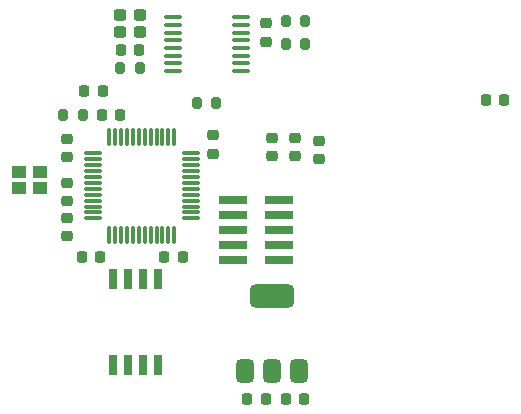
<source format=gbr>
%TF.GenerationSoftware,KiCad,Pcbnew,8.0.2-1*%
%TF.CreationDate,2025-01-08T00:27:56-08:00*%
%TF.ProjectId,rocket2-load-cell,726f636b-6574-4322-9d6c-6f61642d6365,rev?*%
%TF.SameCoordinates,Original*%
%TF.FileFunction,Paste,Top*%
%TF.FilePolarity,Positive*%
%FSLAX46Y46*%
G04 Gerber Fmt 4.6, Leading zero omitted, Abs format (unit mm)*
G04 Created by KiCad (PCBNEW 8.0.2-1) date 2025-01-08 00:27:56*
%MOMM*%
%LPD*%
G01*
G04 APERTURE LIST*
G04 Aperture macros list*
%AMRoundRect*
0 Rectangle with rounded corners*
0 $1 Rounding radius*
0 $2 $3 $4 $5 $6 $7 $8 $9 X,Y pos of 4 corners*
0 Add a 4 corners polygon primitive as box body*
4,1,4,$2,$3,$4,$5,$6,$7,$8,$9,$2,$3,0*
0 Add four circle primitives for the rounded corners*
1,1,$1+$1,$2,$3*
1,1,$1+$1,$4,$5*
1,1,$1+$1,$6,$7*
1,1,$1+$1,$8,$9*
0 Add four rect primitives between the rounded corners*
20,1,$1+$1,$2,$3,$4,$5,0*
20,1,$1+$1,$4,$5,$6,$7,0*
20,1,$1+$1,$6,$7,$8,$9,0*
20,1,$1+$1,$8,$9,$2,$3,0*%
G04 Aperture macros list end*
%ADD10RoundRect,0.200000X0.200000X0.275000X-0.200000X0.275000X-0.200000X-0.275000X0.200000X-0.275000X0*%
%ADD11RoundRect,0.200000X-0.200000X-0.275000X0.200000X-0.275000X0.200000X0.275000X-0.200000X0.275000X0*%
%ADD12RoundRect,0.075000X-0.075000X-0.662500X0.075000X-0.662500X0.075000X0.662500X-0.075000X0.662500X0*%
%ADD13RoundRect,0.075000X-0.662500X-0.075000X0.662500X-0.075000X0.662500X0.075000X-0.662500X0.075000X0*%
%ADD14RoundRect,0.237500X0.300000X0.237500X-0.300000X0.237500X-0.300000X-0.237500X0.300000X-0.237500X0*%
%ADD15RoundRect,0.225000X-0.225000X-0.250000X0.225000X-0.250000X0.225000X0.250000X-0.225000X0.250000X0*%
%ADD16RoundRect,0.375000X0.375000X-0.625000X0.375000X0.625000X-0.375000X0.625000X-0.375000X-0.625000X0*%
%ADD17RoundRect,0.500000X1.400000X-0.500000X1.400000X0.500000X-1.400000X0.500000X-1.400000X-0.500000X0*%
%ADD18RoundRect,0.100000X0.637500X0.100000X-0.637500X0.100000X-0.637500X-0.100000X0.637500X-0.100000X0*%
%ADD19R,1.150000X1.000000*%
%ADD20RoundRect,0.218750X-0.218750X-0.256250X0.218750X-0.256250X0.218750X0.256250X-0.218750X0.256250X0*%
%ADD21R,2.400000X0.740000*%
%ADD22RoundRect,0.225000X0.225000X0.250000X-0.225000X0.250000X-0.225000X-0.250000X0.225000X-0.250000X0*%
%ADD23RoundRect,0.225000X-0.250000X0.225000X-0.250000X-0.225000X0.250000X-0.225000X0.250000X0.225000X0*%
%ADD24R,0.650000X1.700000*%
%ADD25RoundRect,0.218750X-0.256250X0.218750X-0.256250X-0.218750X0.256250X-0.218750X0.256250X0.218750X0*%
%ADD26RoundRect,0.225000X0.250000X-0.225000X0.250000X0.225000X-0.250000X0.225000X-0.250000X-0.225000X0*%
G04 APERTURE END LIST*
D10*
%TO.C,R2*%
X149012500Y-100250000D03*
X150662500Y-100250000D03*
%TD*%
D11*
%TO.C,R5*%
X131847500Y-106250000D03*
X130197500Y-106250000D03*
%TD*%
D12*
%TO.C,U2*%
X134087500Y-108087500D03*
X134587500Y-108087500D03*
X135087500Y-108087500D03*
X135587500Y-108087500D03*
X136087500Y-108087500D03*
X136587500Y-108087500D03*
X137087500Y-108087500D03*
X137587500Y-108087500D03*
X138087500Y-108087500D03*
X138587500Y-108087500D03*
X139087500Y-108087500D03*
X139587500Y-108087500D03*
D13*
X141000000Y-109500000D03*
X141000000Y-110000000D03*
X141000000Y-110500000D03*
X141000000Y-111000000D03*
X141000000Y-111500000D03*
X141000000Y-112000000D03*
X141000000Y-112500000D03*
X141000000Y-113000000D03*
X141000000Y-113500000D03*
X141000000Y-114000000D03*
X141000000Y-114500000D03*
X141000000Y-115000000D03*
D12*
X139587500Y-116412500D03*
X139087500Y-116412500D03*
X138587500Y-116412500D03*
X138087500Y-116412500D03*
X137587500Y-116412500D03*
X137087500Y-116412500D03*
X136587500Y-116412500D03*
X136087500Y-116412500D03*
X135587500Y-116412500D03*
X135087500Y-116412500D03*
X134587500Y-116412500D03*
X134087500Y-116412500D03*
D13*
X132675000Y-115000000D03*
X132675000Y-114500000D03*
X132675000Y-114000000D03*
X132675000Y-113500000D03*
X132675000Y-113000000D03*
X132675000Y-112500000D03*
X132675000Y-112000000D03*
X132675000Y-111500000D03*
X132675000Y-111000000D03*
X132675000Y-110500000D03*
X132675000Y-110000000D03*
X132675000Y-109500000D03*
%TD*%
D14*
%TO.C,C19*%
X134975000Y-97772500D03*
X136700000Y-97772500D03*
%TD*%
D10*
%TO.C,R1*%
X135012500Y-102250000D03*
X136662500Y-102250000D03*
%TD*%
D15*
%TO.C,C4*%
X167500000Y-105000000D03*
X165950000Y-105000000D03*
%TD*%
%TO.C,C2*%
X133297500Y-118250000D03*
X131747500Y-118250000D03*
%TD*%
D10*
%TO.C,R3*%
X141512500Y-105250000D03*
X143162500Y-105250000D03*
%TD*%
D16*
%TO.C,U3*%
X150137500Y-127900000D03*
D17*
X147837500Y-121600000D03*
D16*
X147837500Y-127900000D03*
X145537500Y-127900000D03*
%TD*%
D18*
%TO.C,ADS1219*%
X139475000Y-102525000D03*
X139475000Y-101875000D03*
X139475000Y-101225000D03*
X139475000Y-100575000D03*
X139475000Y-99925000D03*
X139475000Y-99275000D03*
X139475000Y-98625000D03*
X139475000Y-97975000D03*
X145200000Y-97975000D03*
X145200000Y-98625000D03*
X145200000Y-99275000D03*
X145200000Y-99925000D03*
X145200000Y-100575000D03*
X145200000Y-101225000D03*
X145200000Y-101875000D03*
X145200000Y-102525000D03*
%TD*%
D19*
%TO.C,Y1*%
X126462500Y-111050000D03*
X128212500Y-111050000D03*
X128212500Y-112450000D03*
X126462500Y-112450000D03*
%TD*%
D20*
%TO.C,D1*%
X133522500Y-104250000D03*
X131947500Y-104250000D03*
%TD*%
D21*
%TO.C,J1*%
X148450000Y-118540000D03*
X144550000Y-118540000D03*
X148450000Y-117270000D03*
X144550000Y-117270000D03*
X148450000Y-116000000D03*
X144550000Y-116000000D03*
X148450000Y-114730000D03*
X144550000Y-114730000D03*
X148450000Y-113460000D03*
X144550000Y-113460000D03*
%TD*%
D22*
%TO.C,C1*%
X135062500Y-100750000D03*
X136612500Y-100750000D03*
%TD*%
D23*
%TO.C,C13*%
X149837500Y-109750000D03*
X149837500Y-108200000D03*
%TD*%
%TO.C,C14*%
X130522500Y-109800000D03*
X130522500Y-108250000D03*
%TD*%
D22*
%TO.C,C7*%
X133472500Y-106250000D03*
X135022500Y-106250000D03*
%TD*%
D24*
%TO.C,U1*%
X134432500Y-120100000D03*
X135702500Y-120100000D03*
X136972500Y-120100000D03*
X138242500Y-120100000D03*
X138242500Y-127400000D03*
X136972500Y-127400000D03*
X135702500Y-127400000D03*
X134432500Y-127400000D03*
%TD*%
D25*
%TO.C,L2*%
X151837500Y-109987500D03*
X151837500Y-108412500D03*
%TD*%
D26*
%TO.C,C20*%
X147337500Y-98475000D03*
X147337500Y-100025000D03*
%TD*%
D14*
%TO.C,C16*%
X134975000Y-99250000D03*
X136700000Y-99250000D03*
%TD*%
D26*
%TO.C,C8*%
X130522500Y-114975000D03*
X130522500Y-116525000D03*
%TD*%
D15*
%TO.C,C3*%
X140297500Y-118250000D03*
X138747500Y-118250000D03*
%TD*%
D26*
%TO.C,C6*%
X142837500Y-107975000D03*
X142837500Y-109525000D03*
%TD*%
%TO.C,C5*%
X130522500Y-111975000D03*
X130522500Y-113525000D03*
%TD*%
D10*
%TO.C,R4*%
X149012500Y-98250000D03*
X150662500Y-98250000D03*
%TD*%
D15*
%TO.C,C11*%
X147337500Y-130250000D03*
X145787500Y-130250000D03*
%TD*%
D23*
%TO.C,C18*%
X147837500Y-109750000D03*
X147837500Y-108200000D03*
%TD*%
D15*
%TO.C,C9*%
X150612500Y-130250000D03*
X149062500Y-130250000D03*
%TD*%
M02*

</source>
